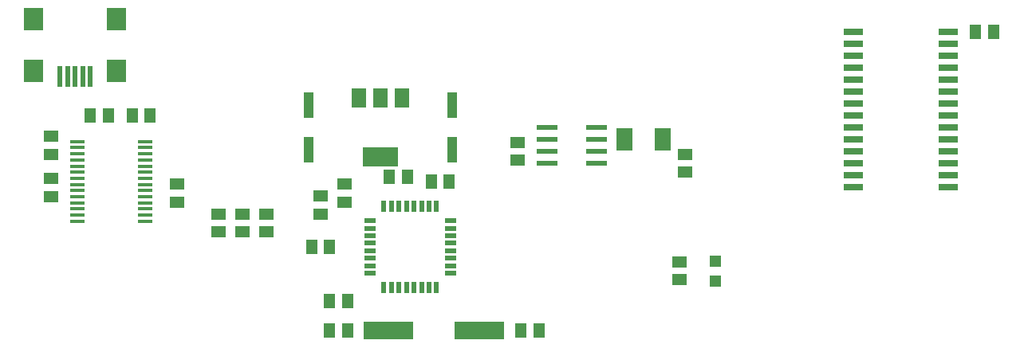
<source format=gtp>
G75*
G70*
%OFA0B0*%
%FSLAX24Y24*%
%IPPOS*%
%LPD*%
%AMOC8*
5,1,8,0,0,1.08239X$1,22.5*
%
%ADD10R,0.0512X0.0591*%
%ADD11R,0.0591X0.0512*%
%ADD12R,0.2100X0.0760*%
%ADD13R,0.0394X0.1102*%
%ADD14R,0.0800X0.0260*%
%ADD15R,0.0870X0.0240*%
%ADD16R,0.0709X0.0945*%
%ADD17R,0.0220X0.0500*%
%ADD18R,0.0500X0.0220*%
%ADD19R,0.0591X0.0157*%
%ADD20R,0.0591X0.0787*%
%ADD21R,0.1496X0.0787*%
%ADD22R,0.0787X0.0945*%
%ADD23R,0.0197X0.0909*%
%ADD24R,0.0472X0.0472*%
D10*
X016088Y002212D03*
X016836Y002212D03*
X016836Y003462D03*
X016088Y003462D03*
X016086Y005712D03*
X015338Y005712D03*
X020338Y008462D03*
X019336Y008659D03*
X018588Y008659D03*
X021086Y008462D03*
X008586Y011212D03*
X007838Y011212D03*
X006836Y011212D03*
X006088Y011212D03*
X024088Y002212D03*
X024836Y002212D03*
X043088Y014712D03*
X043836Y014712D03*
D11*
X030962Y009586D03*
X030962Y008838D03*
X023962Y009338D03*
X023962Y010086D03*
X016712Y008336D03*
X015712Y007836D03*
X016712Y007588D03*
X015712Y007088D03*
X013462Y007086D03*
X012462Y007086D03*
X011462Y007086D03*
X009712Y007588D03*
X009712Y008336D03*
X004464Y008582D03*
X004464Y007834D03*
X004462Y009588D03*
X004462Y010336D03*
X011462Y006338D03*
X012462Y006338D03*
X013462Y006338D03*
X030712Y005086D03*
X030712Y004338D03*
D12*
X022362Y002212D03*
X018562Y002212D03*
D13*
X021212Y009786D03*
X015212Y009786D03*
X015212Y011637D03*
X021212Y011637D03*
D14*
X037982Y011712D03*
X037982Y012212D03*
X037982Y012712D03*
X037982Y013212D03*
X037982Y013712D03*
X037982Y014212D03*
X037982Y014712D03*
X041942Y014712D03*
X041942Y014212D03*
X041942Y013712D03*
X041942Y013212D03*
X041942Y012712D03*
X041942Y012212D03*
X041942Y011712D03*
X041942Y011212D03*
X041942Y010712D03*
X041942Y010212D03*
X041942Y009712D03*
X041942Y009212D03*
X041942Y008712D03*
X041942Y008212D03*
X037982Y008212D03*
X037982Y008712D03*
X037982Y009212D03*
X037982Y009712D03*
X037982Y010212D03*
X037982Y010712D03*
X037982Y011212D03*
D15*
X027242Y010712D03*
X027242Y010212D03*
X027242Y009712D03*
X027242Y009212D03*
X025182Y009212D03*
X025182Y009712D03*
X025182Y010212D03*
X025182Y010712D03*
D16*
X028414Y010212D03*
X030009Y010212D03*
D17*
X020564Y007402D03*
X020249Y007402D03*
X019934Y007402D03*
X019619Y007402D03*
X019304Y007402D03*
X018989Y007402D03*
X018674Y007402D03*
X018359Y007402D03*
X018359Y004022D03*
X018674Y004022D03*
X018989Y004022D03*
X019304Y004022D03*
X019619Y004022D03*
X019934Y004022D03*
X020249Y004022D03*
X020564Y004022D03*
D18*
X021152Y004609D03*
X021152Y004924D03*
X021152Y005239D03*
X021152Y005554D03*
X021152Y005869D03*
X021152Y006184D03*
X021152Y006499D03*
X021152Y006814D03*
X017772Y006814D03*
X017772Y006499D03*
X017772Y006184D03*
X017772Y005869D03*
X017772Y005554D03*
X017772Y005239D03*
X017772Y004924D03*
X017772Y004609D03*
D19*
X008389Y006798D03*
X008389Y007054D03*
X008389Y007310D03*
X008389Y007566D03*
X008389Y007822D03*
X008389Y008078D03*
X008389Y008334D03*
X008389Y008590D03*
X008389Y008846D03*
X008389Y009101D03*
X008389Y009357D03*
X008389Y009613D03*
X008389Y009869D03*
X008389Y010125D03*
X005534Y010125D03*
X005534Y009869D03*
X005534Y009613D03*
X005534Y009357D03*
X005534Y009101D03*
X005534Y008846D03*
X005534Y008590D03*
X005534Y008334D03*
X005534Y008078D03*
X005534Y007822D03*
X005534Y007566D03*
X005534Y007310D03*
X005534Y007054D03*
X005534Y006798D03*
D20*
X017306Y011952D03*
X018212Y011952D03*
X019117Y011952D03*
D21*
X018212Y009471D03*
D22*
X007194Y013084D03*
X003729Y013084D03*
X003729Y015249D03*
X007194Y015249D03*
D23*
X006092Y012862D03*
X005777Y012862D03*
X005462Y012862D03*
X005147Y012862D03*
X004832Y012862D03*
D24*
X032212Y005125D03*
X032212Y004298D03*
M02*

</source>
